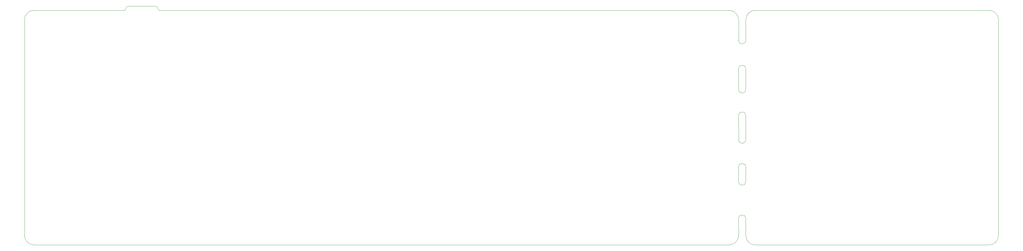
<source format=gbr>
G04 #@! TF.GenerationSoftware,KiCad,Pcbnew,(5.1.2-1)-1*
G04 #@! TF.CreationDate,2020-05-23T15:28:59-05:00*
G04 #@! TF.ProjectId,therick48.16,74686572-6963-46b3-9438-2e31362e6b69,rev?*
G04 #@! TF.SameCoordinates,Original*
G04 #@! TF.FileFunction,Profile,NP*
%FSLAX46Y46*%
G04 Gerber Fmt 4.6, Leading zero omitted, Abs format (unit mm)*
G04 Created by KiCad (PCBNEW (5.1.2-1)-1) date 2020-05-23 15:28:59*
%MOMM*%
%LPD*%
G04 APERTURE LIST*
%ADD10C,0.050000*%
G04 APERTURE END LIST*
D10*
X273219278Y-101839732D02*
G75*
G02X275499278Y-101839732I1140000J0D01*
G01*
X275499278Y-90059763D02*
G75*
G02X273219278Y-90059763I-1140000J0D01*
G01*
X273219278Y-85499775D02*
G75*
G02X275499278Y-85499775I1140000J0D01*
G01*
X275499278Y-76759798D02*
G75*
G02X273219278Y-76759798I-1140000J0D01*
G01*
X273219278Y-69159818D02*
G75*
G02X275499278Y-69159818I1140000J0D01*
G01*
X275499278Y-60799840D02*
G75*
G02X273219278Y-60799840I-1140000J0D01*
G01*
X273219278Y-54339857D02*
G75*
G02X275499278Y-54339857I1140000J0D01*
G01*
X275499278Y-45219881D02*
G75*
G02X273219278Y-45219881I-1140000J0D01*
G01*
X275499275Y-54339857D02*
X275500000Y-60799840D01*
X273219278Y-54339857D02*
X273219278Y-60799840D01*
X275499275Y-69159818D02*
X275499278Y-76759798D01*
X273220000Y-76759798D02*
X273219278Y-69159818D01*
X273220000Y-107160000D02*
X273219278Y-101839732D01*
X78900020Y-35166300D02*
X78900044Y-35201816D01*
X89057480Y-35201816D02*
X89057480Y-35166300D01*
X78900044Y-35201816D02*
G75*
G02X78381860Y-35720000I-518184J0D01*
G01*
X89575664Y-35720000D02*
G75*
G02X89057480Y-35201816I0J518184D01*
G01*
X79677260Y-34389060D02*
X88280240Y-34389060D01*
X78900020Y-35166300D02*
G75*
G02X79677260Y-34389060I777240J0D01*
G01*
X88280240Y-34389060D02*
G75*
G02X89057480Y-35166300I0J-777240D01*
G01*
X275499278Y-90059763D02*
X275499275Y-85499775D01*
X273219278Y-85499775D02*
X273219278Y-90059763D01*
X275500000Y-38760000D02*
X275500000Y-45219881D01*
X273220000Y-45219881D02*
X273220000Y-38760000D01*
X275500000Y-107160000D02*
X275499275Y-101839732D01*
X352640000Y-110200000D02*
X278540000Y-110200000D01*
X278540000Y-35720000D02*
X352640000Y-35720000D01*
X275500000Y-38760000D02*
G75*
G02X278540000Y-35720000I3040000J0D01*
G01*
X278540000Y-110200000D02*
G75*
G02X275500000Y-107160000I0J3040000D01*
G01*
X273220000Y-107160000D02*
G75*
G02X270180000Y-110200000I-3040000J0D01*
G01*
X270180000Y-35720000D02*
G75*
G02X273220000Y-38760000I0J-3040000D01*
G01*
X49780000Y-110200000D02*
G75*
G02X46740000Y-107160000I0J3040000D01*
G01*
X46740000Y-38758750D02*
G75*
G02X49780000Y-35718750I3040000J0D01*
G01*
X352640000Y-35720000D02*
G75*
G02X355680000Y-38760000I0J-3040000D01*
G01*
X355680000Y-107160000D02*
G75*
G02X352640000Y-110200000I-3040000J0D01*
G01*
X78381860Y-35720000D02*
X49780000Y-35718750D01*
X49780000Y-110200000D02*
X270180000Y-110200000D01*
X270180000Y-35721250D02*
X89575664Y-35720000D01*
X355680000Y-107160000D02*
X355680000Y-38760000D01*
X46740000Y-38758750D02*
X46740000Y-107160000D01*
M02*

</source>
